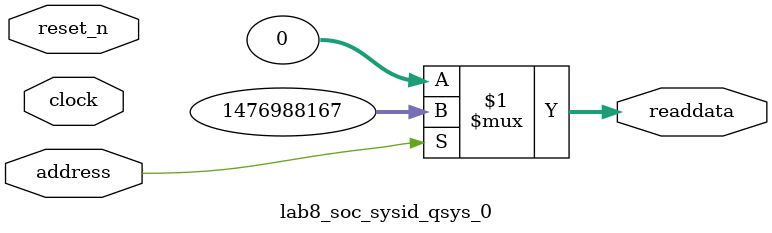
<source format=v>

`timescale 1ns / 1ps
// synthesis translate_on

// turn off superfluous verilog processor warnings 
// altera message_level Level1 
// altera message_off 10034 10035 10036 10037 10230 10240 10030 

module lab8_soc_sysid_qsys_0 (
               // inputs:
                address,
                clock,
                reset_n,

               // outputs:
                readdata
             )
;

  output  [ 31: 0] readdata;
  input            address;
  input            clock;
  input            reset_n;

  wire    [ 31: 0] readdata;
  //control_slave, which is an e_avalon_slave
  assign readdata = address ? 1476988167 : 0;

endmodule




</source>
